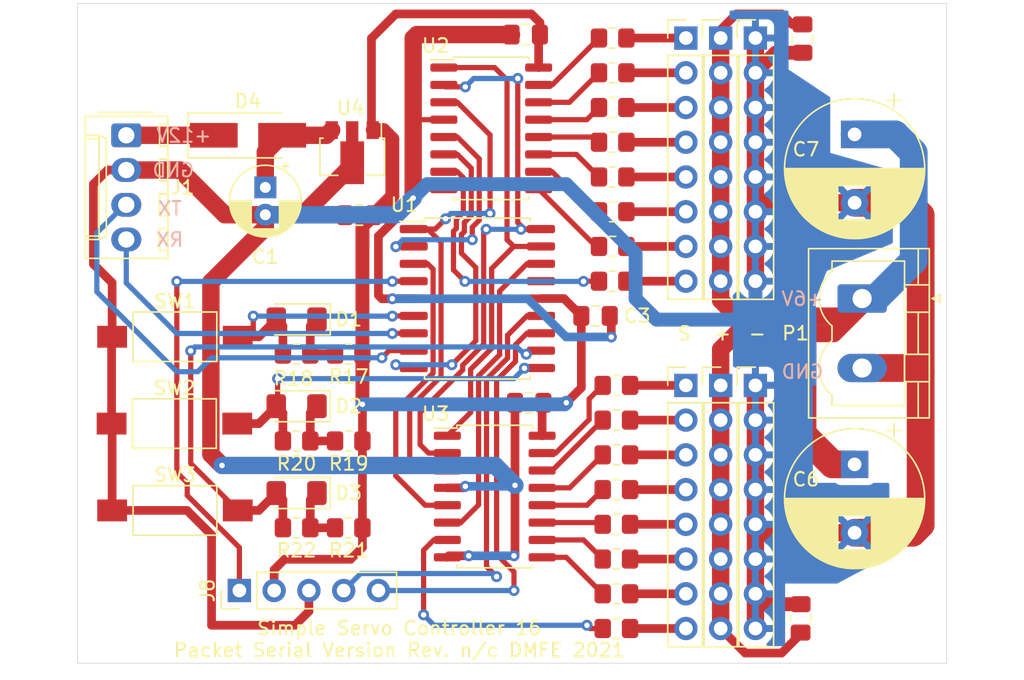
<source format=kicad_pcb>
(kicad_pcb (version 20210126) (generator pcbnew)
  (title_block (title "Simple Servo Control 16") (date "2021-03-12") (rev "n/c") (company "DMFE") (comment 1 "Packet Serial Version"))
  (layers (0 "F.Cu" signal) (31 "B.Cu" signal) (34 "B.Paste" user) (35 "F.Paste" user) (36 "B.SilkS" user "B.Silkscreen") (37 "F.SilkS" user "F.Silkscreen") (38 "B.Mask" user) (39 "F.Mask" user) (44 "Edge.Cuts" user))
  (net 0 "")
  (net 1 "GND")
  (net 2 "Net-(C1-Pad1)")
  (net 3 "+5V")
  (net 4 "+6V")
  (net 5 "SW1")
  (net 6 "Net-(D1-Pad1)")
  (net 7 "SW2")
  (net 8 "Net-(D2-Pad1)")
  (net 9 "SW3")
  (net 10 "Net-(D3-Pad1)")
  (net 11 "+12V")
  (net 12 "RX")
  (net 13 "TX")
  (net 14 "Net-(J2-Pad8)")
  (net 15 "Net-(J2-Pad7)")
  (net 16 "Net-(J2-Pad6)")
  (net 17 "Net-(J2-Pad5)")
  (net 18 "Net-(J2-Pad4)")
  (net 19 "Net-(J2-Pad3)")
  (net 20 "Net-(J2-Pad2)")
  (net 21 "Net-(J2-Pad1)")
  (net 22 "Net-(J3-Pad8)")
  (net 23 "Net-(J3-Pad7)")
  (net 24 "Net-(J3-Pad6)")
  (net 25 "Net-(J3-Pad5)")
  (net 26 "Net-(J3-Pad4)")
  (net 27 "Net-(J3-Pad3)")
  (net 28 "Net-(J3-Pad2)")
  (net 29 "Net-(J3-Pad1)")
  (net 30 "PGC")
  (net 31 "PGD")
  (net 32 "VPP")
  (net 33 "Net-(R1-Pad1)")
  (net 34 "Net-(R2-Pad1)")
  (net 35 "Net-(R3-Pad1)")
  (net 36 "Net-(R4-Pad1)")
  (net 37 "Net-(R5-Pad1)")
  (net 38 "Net-(R6-Pad1)")
  (net 39 "Net-(R7-Pad1)")
  (net 40 "Net-(R8-Pad1)")
  (net 41 "Net-(R9-Pad1)")
  (net 42 "Net-(R10-Pad1)")
  (net 43 "Net-(R11-Pad1)")
  (net 44 "Net-(R12-Pad1)")
  (net 45 "Net-(R13-Pad1)")
  (net 46 "Net-(R14-Pad1)")
  (net 47 "Net-(R15-Pad1)")
  (net 48 "Net-(R16-Pad1)")
  (net 49 "Net-(U1-Pad18)")
  (net 50 "Net-(U1-Pad17)")
  (net 51 "/CCP2")
  (net 53 "/CCP1")
  (net 54 "Net-(U1-Pad3)")
  (net 55 "Net-(U1-Pad2)")
  (net 56 "Net-(U1-Pad1)")
  (footprint "Resistor_SMD:R_0805_2012Metric_Pad1.20x1.40mm_HandSolder" (layer "F.Cu") (at 168.91 93.98)
    (fp_text reference "R14" hide)
    (fp_text value "220Ω")
  )
  (footprint "Capacitor_SMD:C_0805_2012Metric_Pad1.18x1.45mm_HandSolder" (layer "F.Cu") (at 162.5385 82.55 180)
    (fp_text reference "C5" hide)
    (fp_text value "0.1uf")
  )
  (footprint "Capacitor_SMD:C_0805_2012Metric_Pad1.18x1.45mm_HandSolder" (layer "F.Cu") (at 162.2845 55.626 180)
    (fp_text reference "C4" hide)
    (fp_text value "0.1uf")
  )
  (footprint "Resistor_SMD:R_0805_2012Metric_Pad1.20x1.40mm_HandSolder" (layer "F.Cu") (at 149.352 78.994 180)
    (fp_text reference "R17")
    (fp_text value "470Ω")
  )
  (footprint "Resistor_SMD:R_0805_2012Metric_Pad1.20x1.40mm_HandSolder" (layer "F.Cu") (at 168.91 88.9)
    (fp_text reference "R12" hide)
    (fp_text value "220Ω")
  )
  (footprint "Resistor_SMD:R_0805_2012Metric_Pad1.20x1.40mm_HandSolder" (layer "F.Cu") (at 168.91 96.52)
    (fp_text reference "R15" hide)
    (fp_text value "220Ω")
  )
  (footprint "Diode_SMD:D_SMA_Handsoldering" (layer "F.Cu") (at 141.986 62.992)
    (fp_text reference "D4")
    (fp_text value "DIODE")
  )
  (footprint "Button_Switch_SMD:SW_SPST_FSMSM" (layer "F.Cu") (at 136.652 77.724)
    (fp_text reference "SW1")
    (fp_text value "SW_Push")
  )
  (footprint "Capacitor_SMD:C_0805_2012Metric_Pad1.18x1.45mm_HandSolder" (layer "F.Cu") (at 167.386 76.2)
    (fp_text reference "C3")
    (fp_text value "0.1uf")
  )
  (footprint "Capacitor_SMD:C_0805_2012Metric_Pad1.18x1.45mm_HandSolder" (layer "F.Cu") (at 150.114 68.834 180)
    (fp_text reference "C2" hide)
    (fp_text value "0.1uf")
  )
  (footprint "Resistor_SMD:R_0805_2012Metric_Pad1.20x1.40mm_HandSolder" (layer "F.Cu") (at 149.352 85.344 180)
    (fp_text reference "R19")
    (fp_text value "470Ω")
  )
  (footprint "Capacitor_SMD:C_0805_2012Metric_Pad1.18x1.45mm_HandSolder" (layer "F.Cu") (at 182.509 55.9175 -90)
    (fp_text reference "C8" hide)
    (fp_text value "0.1uf")
  )
  (footprint "MountingHole:MountingHole_3.2mm_M3" (layer "F.Cu") (at 189.23 57.15)
    (fp_text reference "H4" hide)
    (fp_text value "MountingHole_3.2mm_M3")
  )
  (footprint "Package_SO:SO-16_5.3x10.2mm_P1.27mm" (layer "F.Cu") (at 160.02 89.408)
    (fp_text reference "U3")
    (fp_text value "74HC237")
  )
  (footprint "Resistor_SMD:R_0805_2012Metric_Pad1.20x1.40mm_HandSolder" (layer "F.Cu") (at 168.91 81.28)
    (fp_text reference "R9" hide)
    (fp_text value "220Ω")
  )
  (footprint "Connector_PinHeader_2.54mm:PinHeader_1x08_P2.54mm_Vertical" (layer "F.Cu") (at 179.07 81.28)
    (fp_text reference "J7" hide)
    (fp_text value "Conn_01x08")
  )
  (footprint "Connector_PinHeader_2.54mm:PinHeader_1x08_P2.54mm_Vertical" (layer "F.Cu") (at 176.53 55.88)
    (fp_text reference "J4" hide)
    (fp_text value "Conn_01x08")
  )
  (footprint "Resistor_SMD:R_0805_2012Metric_Pad1.20x1.40mm_HandSolder" (layer "F.Cu") (at 168.64 73.66)
    (fp_text reference "R8" hide)
    (fp_text value "220Ω")
  )
  (footprint "Connector_Phoenix_MSTB:PhoenixContact_MSTBVA_2,5_2-G-5,08_1x02_P5.08mm_Vertical" (layer "F.Cu") (at 186.8665 74.93 -90)
    (fp_text reference "P1")
    (fp_text value "Conn_01x02")
  )
  (footprint "MountingHole:MountingHole_3.2mm_M3" (layer "F.Cu") (at 133.35 57.15)
    (fp_text reference "H1" hide)
    (fp_text value "MountingHole_3.2mm_M3")
  )
  (footprint "MountingHole:MountingHole_3.2mm_M3" (layer "F.Cu") (at 189.23 97.79)
    (fp_text reference "H3" hide)
    (fp_text value "MountingHole_3.2mm_M3")
  )
  (footprint "Resistor_SMD:R_0805_2012Metric_Pad1.20x1.40mm_HandSolder" (layer "F.Cu") (at 168.64 55.88)
    (fp_text reference "R1" hide)
    (fp_text value "220Ω")
  )
  (footprint "Package_TO_SOT_SMD:SOT-89-3" (layer "F.Cu") (at 149.606 64.262 -90)
    (fp_text reference "U4")
    (fp_text value "L78L05_SOT89")
  )
  (footprint "Resistor_SMD:R_0805_2012Metric_Pad1.20x1.40mm_HandSolder" (layer "F.Cu") (at 168.91 91.44)
    (fp_text reference "R13" hide)
    (fp_text value "220Ω")
  )
  (footprint "Button_Switch_SMD:SW_SPST_FSMSM" (layer "F.Cu") (at 136.612225 84.074)
    (fp_text reference "SW2")
    (fp_text value "SW_Push")
  )
  (footprint "Resistor_SMD:R_0805_2012Metric_Pad1.20x1.40mm_HandSolder" (layer "F.Cu") (at 145.542 78.994 180)
    (fp_text reference "R18")
    (fp_text value "47KΩ")
  )
  (footprint "Capacitor_THT:CP_Radial_D5.0mm_P2.00mm" (layer "F.Cu") (at 143.256 66.802 -90)
    (fp_text reference "C1")
    (fp_text value "2.2uF")
  )
  (footprint "Package_SO:SO-16_5.3x10.2mm_P1.27mm" (layer "F.Cu") (at 159.766 62.484)
    (fp_text reference "U2")
    (fp_text value "74HC237")
  )
  (footprint "Resistor_SMD:R_0805_2012Metric_Pad1.20x1.40mm_HandSolder" (layer "F.Cu") (at 168.64 60.96)
    (fp_text reference "R3" hide)
    (fp_text value "220Ω")
  )
  (footprint "Resistor_SMD:R_0805_2012Metric_Pad1.20x1.40mm_HandSolder" (layer "F.Cu") (at 168.91 86.36)
    (fp_text reference "R11" hide)
    (fp_text value "220Ω")
  )
  (footprint "Connector_PinHeader_2.54mm:PinHeader_1x05_P2.54mm_Vertical" (layer "F.Cu") (at 141.361 96.282 90)
    (fp_text reference "J8")
    (fp_text value "Conn_01x05")
  )
  (footprint "Connector_PinHeader_2.54mm:PinHeader_1x08_P2.54mm_Vertical" (layer "F.Cu") (at 173.99 55.88)
    (fp_text reference "J2" hide)
    (fp_text value "Conn_01x08")
  )
  (footprint "Resistor_SMD:R_0805_2012Metric_Pad1.20x1.40mm_HandSolder" (layer "F.Cu") (at 168.64 71.12)
    (fp_text reference "R7" hide)
    (fp_text value "220Ω")
  )
  (footprint "Resistor_SMD:R_0805_2012Metric_Pad1.20x1.40mm_HandSolder" (layer "F.Cu") (at 168.64 68.58)
    (fp_text reference "R6" hide)
    (fp_text value "220Ω")
  )
  (footprint "Resistor_SMD:R_0805_2012Metric_Pad1.20x1.40mm_HandSolder" (layer "F.Cu") (at 168.91 83.82)
    (fp_text reference "R10" hide)
    (fp_text value "220Ω")
  )
  (footprint "Connector_PinHeader_2.54mm:PinHeader_1x08_P2.54mm_Vertical" (layer "F.Cu") (at 173.99 81.28)
    (fp_text reference "J3" hide)
    (fp_text value "Conn_01x08")
  )
  (footprint "Package_SO:SOIC-18W_7.5x11.6mm_P1.27mm" (layer "F.Cu") (at 158.75 74.93)
    (fp_text reference "U1")
    (fp_text value "PIC16F1847-ISO")
  )
  (footprint "Resistor_SMD:R_0805_2012Metric_Pad1.20x1.40mm_HandSolder" (layer "F.Cu") (at 145.542 91.694 180)
    (fp_text reference "R22")
    (fp_text value "47KΩ")
  )
  (footprint "Button_Switch_SMD:SW_SPST_FSMSM" (layer "F.Cu") (at 136.652 90.424)
    (fp_text reference "SW3")
    (fp_text value "SW_Push")
  )
  (footprint "Connector_PinHeader_2.54mm:PinHeader_1x08_P2.54mm_Vertical" (layer "F.Cu") (at 176.53 81.28)
    (fp_text reference "J5" hide)
    (fp_text value "Conn_01x08")
  )
  (footprint "Resistor_SMD:R_0805_2012Metric_Pad1.20x1.40mm_HandSolder" (layer "F.Cu") (at 168.64 63.5)
    (fp_text reference "R4" hide)
    (fp_text value "220Ω")
  )
  (footprint "LED_SMD:LED_1206_3216Metric_Pad1.42x1.75mm_HandSolder" (layer "F.Cu") (at 145.542 82.804 180)
    (fp_text reference "D2")
    (fp_text value "LED")
  )
  (footprint "Connector_Molex:Molex_KK-254_AE-6410-04A_1x04_P2.54mm_Vertical" (layer "F.Cu") (at 133.096 62.992 -90)
    (fp_text reference "J1")
    (fp_text value "CONN_01X04")
  )
  (footprint "Resistor_SMD:R_0805_2012Metric_Pad1.20x1.40mm_HandSolder" (layer "F.Cu") (at 145.542 85.344 180)
    (fp_text reference "R20")
    (fp_text value "47KΩ")
  )
  (footprint "Capacitor_THT:CP_Radial_D10.0mm_P5.00mm" (layer "F.Cu") (at 186.319 87.056323 -90)
    (fp_text reference "C6")
    (fp_text value "220uf")
  )
  (footprint "MountingHole:MountingHole_3.2mm_M3" (layer "F.Cu") (at 133.35 97.79)
    (fp_text reference "H2" hide)
    (fp_text value "MountingHole_3.2mm_M3")
  )
  (footprint "Capacitor_SMD:C_0805_2012Metric_Pad1.18x1.45mm_HandSolder" (layer "F.Cu") (at 182.372 98.3195 90)
    (fp_text reference "C9" hide)
    (fp_text value "0.1uf")
  )
  (footprint "Capacitor_THT:CP_Radial_D10.0mm_P5.00mm" (layer "F.Cu") (at 186.319 62.926323 -90)
    (fp_text reference "C7")
    (fp_text value "220uf")
  )
  (footprint "LED_SMD:LED_1206_3216Metric_Pad1.42x1.75mm_HandSolder" (layer "F.Cu") (at 145.542 76.454 180)
    (fp_text reference "D1")
    (fp_text value "LED")
  )
  (footprint "Resistor_SMD:R_0805_2012Metric_Pad1.20x1.40mm_HandSolder" (layer "F.Cu") (at 168.64 66.04)
    (fp_text reference "R5" hide)
    (fp_text value "220Ω")
  )
  (footprint "LED_SMD:LED_1206_3216Metric_Pad1.42x1.75mm_HandSolder" (layer "F.Cu") (at 145.542 89.154 180)
    (fp_text reference "D3")
    (fp_text value "LED")
  )
  (footprint "Resistor_SMD:R_0805_2012Metric_Pad1.20x1.40mm_HandSolder" (layer "F.Cu") (at 149.352 91.694 180)
    (fp_text reference "R21")
    (fp_text value "470Ω")
  )
  (footprint "Resistor_SMD:R_0805_2012Metric_Pad1.20x1.40mm_HandSolder" (layer "F.Cu") (at 168.64 58.42)
    (fp_text reference "R2" hide)
    (fp_text value "220Ω")
  )
  (footprint "Connector_PinHeader_2.54mm:PinHeader_1x08_P2.54mm_Vertical" (layer "F.Cu") (at 179.07 55.88)
    (fp_text reference "J6" hide)
    (fp_text value "Conn_01x08")
  )
  (footprint "Resistor_SMD:R_0805_2012Metric_Pad1.20x1.40mm_HandSolder" (layer "F.Cu") (at 168.91 99.06)
    (fp_text reference "R16" hide)
    (fp_text value "220Ω")
  )
  (gr_line (start 193.04 53.34) (end 193.04 101.6) (layer "Edge.Cuts") (width 0.05))
  (gr_line (start 129.54 101.6) (end 129.54 53.34) (layer "Edge.Cuts") (width 0.05))
  (gr_line (start 193.04 101.6) (end 129.54 101.6) (layer "Edge.Cuts") (width 0.05))
  (gr_line (start 129.54 53.34) (end 193.04 53.34) (layer "Edge.Cuts") (width 0.05))
  (gr_text "+6V" (at 182.509 74.946) (layer "B.SilkS") (effects (font (size 1 1)) (justify mirror)))
  (gr_text "TX" (at 136.281 68.342) (layer "B.SilkS") (effects (font (size 1 1)) (justify mirror)))
  (gr_text "RX" (at 136.281 70.628) (layer "B.SilkS") (effects (font (size 1 1)) (justify mirror)))
  (gr_text "GND" (at 136.535 65.548) (layer "B.SilkS") (effects (font (size 1 1)) (justify mirror)))
  (gr_text "+12V" (at 137.297 63.008) (layer "B.SilkS") (effects (font (size 1 1)) (justify mirror)))
  (gr_text "GND" (at 182.509 80.28) (layer "B.SilkS") (effects (font (size 1 1)) (justify mirror)))
  (gr_text "S" (at 173.873 77.486) (layer "F.SilkS") (effects (font (size 1 1))))
  (gr_text "Simple Servo Controller 16\nPacket Serial Version Rev. n/c DMFE 2021" (at 153.045 99.838) (layer "F.SilkS") (effects (font (size 1 1))))
  (gr_text "-" (at 179.207 77.486) (layer "F.SilkS") (effects (font (size 1 1))))
  (gr_text "+" (at 176.667 77.486) (layer "F.SilkS") (effects (font (size 1 1))))
  (segment (start 157.76 88.773) (end 157.871 88.662) (width 0.635) (layer "F.Cu") (net 1))
  (segment (start 191.145 80.28) (end 191.145 91.456) (width 2.032) (layer "F.Cu") (net 1))
  (segment (start 161.501 82.55) (end 161.501 93.668) (width 0.635) (layer "F.Cu") (net 1))
  (segment (start 130.693 66.564) (end 131.725 65.532) (width 0.635) (layer "F.Cu") (net 1))
  (segment (start 154.458 61.849) (end 156.3035 61.849) (width 0.381) (layer "F.Cu") (net 1))
  (segment (start 179.07 93.98) (end 179.07 96.52) (width 1.27) (layer "F.Cu") (net 1))
  (segment (start 179.07 71.12) (end 179.07 73.66) (width 1.27) (layer "F.Cu") (net 1))
  (segment (start 179.832 97.282) (end 179.07 96.52) (width 1.016) (layer "F.Cu") (net 1))
  (segment (start 146.441 96.282) (end 146.441 97.806) (width 0.635) (layer "F.Cu") (net 1))
  (segment (start 179.07 66.04) (end 179.07 68.58) (width 1.27) (layer "F.Cu") (net 1))
  (segment (start 151.775 74.946) (end 151.521 74.692) (width 0.635) (layer "F.Cu") (net 1))
  (segment (start 179.07 55.88) (end 179.07 58.42) (width 1.27) (layer "F.Cu") (net 1))
  (segment (start 186.8665 80.01) (end 190.875 80.01) (width 2.032) (layer "F.Cu") (net 1))
  (segment (start 156.6685 93.742) (end 156.5575 93.853) (width 0.635) (layer "F.Cu") (net 1))
  (segment (start 190.544677 92.056323) (end 186.319 92.056323) (width 2.032) (layer "F.Cu") (net 1))
  (segment (start 139.329 98.822) (end 139.329 92.218) (width 0.635) (layer "F.Cu") (net 1))
  (segment (start 140.297 68.802) (end 143.256 68.802) (width 1.27) (layer "F.Cu") (net 1))
  (segment (start 146.441 97.806) (end 145.425 98.822) (width 0.635) (layer "F.Cu") (net 1))
  (segment (start 137.535 90.424) (end 132.062 90.424) (width 0.635) (layer "F.Cu") (net 1))
  (segment (start 145.425 98.822) (end 139.329 98.822) (width 0.635) (layer "F.Cu") (net 1))
  (segment (start 156.5575 88.773) (end 157.76 88.773) (width 0.635) (layer "F.Cu") (net 1))
  (segment (start 132.062 73.775) (end 130.693 72.406) (width 0.635) (layer "F.Cu") (net 1))
  (segment (start 132.062 77.724) (end 132.062 73.775) (width 0.635) (layer "F.Cu") (net 1))
  (segment (start 143.256 69.749) (end 139.329 73.676) (width 1.27) (layer "F.Cu") (net 1))
  (segment (start 182.509 56.955) (end 180.535 56.955) (width 1.016) (layer "F.Cu") (net 1))
  (segment (start 168.539 77.74) (end 168.539 76.3155) (width 0.635) (layer "F.Cu") (net 1))
  (segment (start 132.022225 77.763775) (end 132.062 77.724) (width 0.635) (layer "F.Cu") (net 1))
  (segment (start 191.145 68.85) (end 191.145 80.28) (width 2.032) (layer "F.Cu") (net 1))
  (segment (start 154.061 66.564) (end 154.061 62.246) (width 0.381) (layer "F.Cu") (net 1))
  (segment (start 168.539 76.3155) (end 168.4235 76.2) (width 0.635) (layer "F.Cu") (net 1))
  (segment (start 139.277214 73.727786) (end 139.277214 86.324214) (width 1.27) (layer "F.Cu") (net 1))
  (segment (start 154.061 67.822438) (end 154.061 67.58) (width 0.635) (layer "F.Cu") (net 1))
  (segment (start 132.022225 84.074) (end 132.022225 77.763775) (width 0.635) (layer "F.Cu") (net 1))
  (segment (start 179.07 58.42) (end 179.07 60.96) (width 1.27) (layer "F.Cu") (net 1))
  (segment (start 152.537 74.946) (end 151.775 74.946) (width 0.635) (layer "F.Cu") (net 1))
  (segment (start 154.331 55.626) (end 161.247 55.626) (width 1.27) (layer "F.Cu") (net 1))
  (segment (start 156.3035 66.929) (end 154.426 66.929) (width 0.381) (layer "F.Cu") (net 1))
  (segment (start 139.329 73.676) (end 139.277214 73.727786) (width 1.27) (layer "F.Cu") (net 1))
  (segment (start 179.07 88.9) (end 179.07 91.44) (width 1.27) (layer "F.Cu") (net 1))
  (segment (start 158.125 93.742) (end 156.6685 93.742) (width 0.635) (layer "F.Cu") (net 1))
  (segment (start 179.07 86.36) (end 179.07 88.9) (width 1.27) (layer "F.Cu") (net 1))
  (segment (start 132.062 90.424) (end 132.062 84.113775) (width 0.635) (layer "F.Cu") (net 1))
  (segment (start 154.1 74.93) (end 152.553 74.93) (width 0.635) (layer "F.Cu") (net 1))
  (segment (start 139.329 92.218) (end 138.821 91.71) (width 0.635) (layer "F.Cu") (net 1))
  (segment (start 186.319 92.056323) (end 179.686323 92.056323) (width 1.27) (layer "F.Cu") (net 1))
  (segment (start 132.062 84.113775) (end 132.022225 84.074) (width 0.635) (layer "F.Cu") (net 1))
  (segment (start 179.07 96.52) (end 179.07 99.06) (width 1.27) (layer "F.Cu") (net 1))
  (segment (start 180.535 56.955) (end 179.07 58.42) (width 1.016) (layer "F.Cu") (net 1))
  (segment (start 154.061 62.246) (end 154.458 61.849) (width 0.381) (layer "F.Cu") (net 1))
  (segment (start 190.875 80.01) (end 191.145 80.28) (width 2.032) (layer "F.Cu") (net 1))
  (segment (start 149.0445 68.802) (end 149.0765 68.834) (width 1.27) (layer "F.Cu") (net 1))
  (segment (start 133.096 65.532) (end 137.027 65.532) (width 1.27) (layer "F.Cu") (net 1))
  (segment (start 151.521 70.362438) (end 154.061 67.822438) (width 0.635) (layer "F.Cu") (net 1))
  (segment (start 179.723677 67.926323) (end 179.07 68.58) (width 1.27) (layer "F.Cu") (net 1))
  (segment (start 145.981 68.802) (end 149.606 65.177) (width 1.27) (layer "F.Cu") (net 1))
  (segment (start 182.372 97.282) (end 179.832 97.282) (width 1.016) (layer "F.Cu") (net 1))
  (segment (start 161.501 93.668) (end 161.427 93.742) (width 0.635) (layer "F.Cu") (net 1))
  (segment (start 179.07 83.82) (end 179.07 86.36) (width 1.27) (layer "F.Cu") (net 1))
  (segment (start 190.221323 67.926323) (end 191.145 68.85) (width 2.032) (layer "F.Cu") (net 1))
  (segment (start 179.07 60.96) (end 179.07 63.5) (width 1.27) (layer "F.Cu") (net 1))
  (segment (start 152.553 74.93) (end 152.537 74.946) (width 0.635) (layer "F.Cu") (net 1))
  (segment (start 154.426 66.929) (end 154.061 66.564) (width 0.381) (layer "F.Cu") (net 1))
  (segment (start 186.319 67.926323) (end 190.221323 67.926323) (width 2.032) (layer "F.Cu") (net 1))
  (segment (start 139.277214 86.324214) (end 140.091 87.138) (width 1.27) (layer "F.Cu") (net 1))
  (segment (start 154.061 67.58) (end 154.061 55.896) (width 1.27) (layer "F.Cu") (net 1))
  (segment (start 191.145 91.456) (end 190.544677 92.056323) (width 2.032) (layer "F.Cu") (net 1))
  (segment (start 186.319 67.926323) (end 179.723677 67.926323) (width 1.27) (layer "F.Cu") (net 1))
  (segment (start 151.521 74.692) (end 151.521 70.362438) (width 0.635) (layer "F.Cu") (net 1))
  (segment (start 143.256 68.802) (end 143.256 69.749) (width 1.27) (layer "F.Cu") (net 1))
  (segment (start 154.061 55.896) (end 154.331 55.626) (width 1.27) (layer "F.Cu") (net 1))
  (segment (start 179.07 91.44) (end 179.07 93.98) (width 1.27) (layer "F.Cu") (net 1))
  (segment (start 145.981 68.802) (end 149.0445 68.802) (width 1.27) (layer "F.Cu") (net 1))
  (segment (start 179.07 68.58) (end 179.07 71.12) (width 1.27) (layer "F.Cu") (net 1))
  (segment (start 179.07 81.28) (end 179.07 83.82) (width 1.27) (layer "F.Cu") (net 1))
  (segment (start 139.329 92.218) (end 137.535 90.424) (width 0.635) (layer "F.Cu") (net 1))
  (segment (start 137.027 65.532) (end 140.297 68.802) (width 1.27) (layer "F.Cu") (net 1))
  (segment (start 179.07 63.5) (end 179.07 66.04) (width 1.27) (layer "F.Cu") (net 1))
  (segment (start 130.693 72.406) (end 130.693 66.564) (width 0.635) (layer "F.Cu") (net 1))
  (segment (start 131.725 65.532) (end 133.096 65.532) (width 0.635) (layer "F.Cu") (net 1))
  (segment (start 179.686323 92.056323) (end 179.07 91.44) (width 1.27) (layer "F.Cu") (net 1))
  (segment (start 143.256 68.802) (end 145.981 68.802) (width 1.27) (layer "F.Cu") (net 1))
  (via (at 158.125 93.742) (size 0.8) (drill 0.4) (layers "F.Cu" "B.Cu") (net 1))
  (via (at 140.091 87.138) (size 0.8) (drill 0.4) (layers "F.Cu" "B.Cu") (net 1))
  (via (at 157.871 88.662) (size 0.8) (drill 0.4) (layers "F.Cu" "B.Cu") (net 1))
  (via (at 161.427 93.742) (size 0.8) (drill 0.4) (layers "F.Cu" "B.Cu") (net 1))
  (via (at 152.537 74.946) (size 0.8) (drill 0.4) (layers "F.Cu" "B.Cu") (net 1))
  (via (at 168.539 77.74) (size 0.8) (drill 0.4) (layers "F.Cu" "B.Cu") (net 1))
  (via (at 154.061 67.58) (size 0.8) (drill 0.4) (layers "F.Cu" "B.Cu") (net 1))
  (via (at 161.501 88.588) (size 0.8) (drill 0.4) (layers "F.Cu" "B.Cu") (net 1))
  (segment (start 170.317 71.644) (end 170.317 74.946) (width 1.016) (layer "B.Cu") (net 1))
  (segment (start 155.077 66.564) (end 165.237 66.564) (width 1.016) (layer "B.Cu") (net 1))
  (segment (start 160.051 87.138) (end 161.501 88.588) (width 1.27) (layer "B.Cu") (net 1))
  (segment (start 152.839 68.802) (end 154.061 67.58) (width 1.27) (layer "B.Cu") (net 1))
  (segment (start 157.871 88.662) (end 161.427 88.662) (width 0.635) (layer "B.Cu") (net 1))
  (segment (start 170.317 74.946) (end 171.841 76.47) (width 1.016) (layer "B.Cu") (net 1))
  (segment (start 161.427 88.662) (end 161.501 88.588) (width 0.635) (layer "B.Cu") (net 1))
  (segment (start 154.061 67.58) (end 155.077 66.564) (width 1.016) (layer "B.Cu") (net 1))
  (segment (start 179.07 75.591) (end 179.07 73.66) (width 1.016) (layer "B.Cu") (net 1))
  (segment (start 143.256 68.802) (end 152.839 68.802) (width 1.27) (layer "B.Cu") (net 1))
  (segment (start 152.537 74.946) (end 162.443 74.946) (width 0.635) (layer "B.Cu") (net 1))
  (segment (start 162.443 74.946) (end 165.237 77.74) (width 0.635) (layer "B.Cu") (net 1))
  (segment (start 165.237 77.74) (end 168.539 77.74) (width 0.635) (layer "B.Cu") (net 1))
  (segment (start 161.427 93.742) (end 158.125 93.742) (width 0.635) (layer "B.Cu") (net 1))
  (segment (start 178.191 76.47) (end 179.07 75.591) (width 1.016) (layer "B.Cu") (net 1))
  (segment (start 171.841 76.47) (end 178.191 76.47) (width 1.016) (layer "B.Cu") (net 1))
  (segment (start 140.091 87.138) (end 160.051 87.138) (width 1.27) (layer "B.Cu") (net 1))
  (segment (start 165.237 66.564) (end 170.317 71.644) (width 1.016) (layer "B.Cu") (net 1))
  (segment (start 143.256 64.222) (end 144.486 62.992) (width 1.27) (layer "F.Cu") (net 2))
  (segment (start 144.486 62.992) (end 147.726 62.992) (width 1.27) (layer "F.Cu") (net 2))
  (segment (start 143.256 66.802) (end 143.256 64.222) (width 1.27) (layer "F.Cu") (net 2))
  (segment (start 147.726 62.992) (end 148.106 62.612) (width 1.27) (layer "F.Cu") (net 2))
  (segment (start 150.352 93.133) (end 150.352 91.694) (width 0.635) (layer "F.Cu") (net 3))
  (segment (start 166.3485 81.4545) (end 166.3485 76.2) (width 0.635) (layer "F.Cu") (net 3))
  (segment (start 163.2285 55.7195) (end 163.322 55.626) (width 0.635) (layer "F.Cu") (net 3))
  (segment (start 150.352 69.6335) (end 150.352 70.983) (width 1.016) (layer "F.Cu") (net 3))
  (segment (start 152.791 54.118) (end 151.013 55.896) (width 0.635) (layer "F.Cu") (net 3))
  (segment (start 163.4825 84.963) (end 163.4825 82.6435) (width 0.635) (layer "F.Cu") (net 3))
  (segment (start 150.352 82.667) (end 150.352 78.994) (width 1.016) (layer "F.Cu") (net 3))
  (segment (start 163.4825 82.6435) (end 163.576 82.55) (width 0.635) (layer "F.Cu") (net 3))
  (segment (start 165.253 82.55) (end 166.3485 81.4545) (width 0.635) (layer "F.Cu") (net 3))
  (segment (start 163.322 54.743) (end 162.697 54.118) (width 0.635) (layer "F.Cu") (net 3))
  (segment (start 151.887 62.612) (end 152.537 63.262) (width 1.016) (layer "F.Cu") (net 3))
  (segment (start 149.489 93.996) (end 150.352 93.133) (width 0.635) (layer "F.Cu") (net 3))
  (segment (start 151.013 55.896) (end 151.013 62.519) (width 0.635) (layer "F.Cu") (net 3))
  (segment (start 150.352 69.6335) (end 150.352 78.994) (width 1.016) (layer "F.Cu") (net 3))
  (segment (start 150.352 91.694) (end 150.352 85.344) (width 0.635) (layer "F.Cu") (net 3))
  (segment (start 163.576 82.55) (end 165.253 82.55) (width 0.635) (layer "F.Cu") (net 3))
  (segment (start 143.901 94.758) (end 144.663 93.996) (width 0.635) (layer "F.Cu") (net 3))
  (segment (start 163.322 55.626) (end 163.322 54.743) (width 0.635) (layer "F.Cu") (net 3))
  (segment (start 152.537 63.262) (end 152.537 67.4485) (width 1.016) (layer "F.Cu") (net 3))
  (segment (start 151.106 62.612) (end 151.887 62.612) (width 1.016) (layer "F.Cu") (net 3))
  (segment (start 151.1515 68.834) (end 150.352 69.6335) (width 1.016) (layer "F.Cu") (net 3))
  (segment (start 163.4 74.93) (end 165.0785 74.93) (width 0.635) (layer "F.Cu") (net 3))
  (segment (start 152.537 67.4485) (end 151.1515 68.834) (width 1.016) (layer "F.Cu") (net 3))
  (segment (start 151.013 62.519) (end 151.106 62.612) (width 0.635) (layer "F.Cu") (net 3))
  (segment (start 144.663 93.996) (end 149.489 93.996) (width 0.635) (layer "F.Cu") (net 3))
  (segment (start 165.0785 74.93) (end 166.3485 76.2) (width 0.635) (layer "F.Cu") (net 3))
  (segment (start 162.697 54.118) (end 152.791 54.118) (width 0.635) (layer "F.Cu") (net 3))
  (segment (start 143.901 96.282) (end 143.901 94.758) (width 0.635) (layer "F.Cu") (net 3))
  (segment (start 150.352 85.344) (end 150.352 82.667) (width 0.635) (layer "F.Cu") (net 3))
  (segment (start 163.2285 58.039) (end 163.2285 55.7195) (width 0.635) (layer "F.Cu") (net 3))
  (via (at 165.253 82.55) (size 0.8) (drill 0.4) (layers "F.Cu" "B.Cu") (net 3))
  (via (at 150.352 82.667) (size 0.8) (drill 0.4) (layers "F.Cu" "B.Cu") (net 3))
  (segment (start 165.136 82.667) (end 150.352 82.667) (width 1.016) (layer "B.Cu") (net 3))
  (segment (start 165.253 82.55) (end 165.136 82.667) (width 1.016) (layer "B.Cu") (net 3))
  (segment (start 185.5805 76.216) (end 186.8665 74.93) (width 1.27) (layer "F.Cu") (net 4))
  (segment (start 176.53 75.063) (end 177.683 76.216) (width 1.27) (layer "F.Cu") (net 4))
  (segment (start 176.53 63.5) (end 176.53 66.04) (width 1.27) (layer "F.Cu") (net 4))
  (segment (start 176.53 96.52) (end 176.53 99.06) (width 1.27) (layer "F.Cu") (net 4))
  (segment (start 184.795 77.486) (end 186.8665 75.4145) (width 1.27) (layer "F.Cu") (net 4))
  (segment (start 182.509 77.486) (end 184.795 77.486) (width 1.27) (layer "F.Cu") (net 4))
  (segment (start 176.53 73.66) (end 176.53 75.063) (width 1.27) (layer "F.Cu") (net 4))
  (segment (start 176.53 81.28) (end 176.53 83.82) (width 1.27) (layer "F.Cu") (net 4))
  (segment (start 176.53 71.12) (end 176.53 73.66) (width 1.27) (layer "F.Cu") (net 4))
  (segment (start 176.53 68.58) (end 176.53 71.12) (width 1.27) (layer "F.Cu") (net 4))
  (segment (start 182.509 84.852) (end 182.509 77.486) (width 2.032) (layer "F.Cu") (net 4))
  (segment (start 176.53 55.271) (end 176.53 55.88) (width 0.635) (layer "F.Cu") (net 4))
  (segment (start 176.53 83.82) (end 176.53 86.36) (width 1.27) (layer "F.Cu") (net 4))
  (segment (start 176.53 78.639) (end 177.683 77.486) (width 1.27) (layer "F.Cu") (net 4))
  (segment (start 182.372 99.467) (end 180.985 100.854) (width 0.635) (layer "F.Cu") (net 4))
  (segment (start 182.509 54.88) (end 181.747 54.88) (width 0.635) (layer "F.Cu") (net 4))
  (segment (start 176.53 55.88) (end 176.53 58.42) (width 1.27) (layer "F.Cu") (net 4))
  (segment (start 176.53 58.42) (end 176.53 60.96) (width 1.27) (layer "F.Cu") (net 4))
  (segment (start 186.8665 75.4145) (end 186.8665 74.93) (width 1.27) (layer "F.Cu") (net 4))
  (segment (start 176.53 81.28) (end 176.53 78.639) (width 1.27) (layer "F.Cu") (net 4))
  (segment (start 180.985 54.118) (end 177.683 54.118) (width 0.635) (layer "F.Cu") (net 4))
  (segment (start 177.683 54.118) (end 176.53 55.271) (width 0.635) (layer "F.Cu") (net 4))
  (segment (start 176.53 93.98) (end 176.53 96.52) (width 1.27) (layer "F.Cu") (net 4))
  (segment (start 176.53 86.36) (end 176.53 88.9) (width 1.27) (layer "F.Cu") (net 4))
  (segment (start 176.53 60.96) (end 176.53 63.5) (width 1.27) (layer "F.Cu") (net 4))
  (segment (start 177.683 76.216) (end 185.5805 76.216) (width 1.27) (layer "F.Cu") (net 4))
  (segment (start 184.713323 87.056323) (end 182.509 84.852) (width 2.032) (layer "F.Cu") (net 4))
  (segment (start 176.53 88.9) (end 176.53 91.44) (width 1.27) (layer "F.Cu") (net 4))
  (segment (start 178.324 100.854) (end 176.53 99.06) (width 0.635) (layer "F.Cu") (net 4))
  (segment (start 177.683 77.486) (end 182.509 77.486) (width 1.27) (layer "F.Cu") (net 4))
  (segment (start 176.53 91.44) (end 176.53 93.98) (width 1.27) (layer "F.Cu") (net 4))
  (segment (start 186.319 87.056323) (end 184.713323 87.056323) (width 2.032) (layer "F.Cu") (net 4))
  (segment (start 181.747 54.88) (end 180.985 54.118) (width 0.635) (layer "F.Cu") (net 4))
  (segment (start 180.985 100.854) (end 178.324 100.854) (width 0.635) (layer "F.Cu") (net 4))
  (segment (start 176.53 66.04) (end 176.53 68.58) (width 1.27) (layer "F.Cu") (net 4))
  (segment (start 182.372 99.357) (end 182.372 99.467) (width 0.635) (layer "F.Cu") (net 4))
  (segment (start 190.637 72.152) (end 187.859 74.93) (width 2.032) (layer "B.Cu") (net 4))
  (segment (start 187.859 74.93) (end 186.8665 74.93) (width 2.032) (layer "B.Cu") (net 4))
  (segment (start 189.285323 62.926323) (end 190.637 64.278) (width 2.032) (layer "B.Cu") (net 4))
  (segment (start 190.637 64.278) (end 190.637 72.152) (width 2.032) (layer "B.Cu") (net 4))
  (segment (start 186.319 62.926323) (end 189.285323 62.926323) (width 2.032) (layer "B.Cu") (net 4))
  (segment (start 152.553 76.2) (end 152.537 76.216) (width 0.381) (layer "F.Cu") (net 5))
  (segment (start 154.1 76.2) (end 152.553 76.2) (width 0.381) (layer "F.Cu") (net 5))
  (segment (start 142.377 77.3165) (end 142.7845 77.724) (width 0.381) (layer "F.Cu") (net 5))
  (segment (start 141.242 77.724) (end 142.7845 77.724) (width 0.635) (layer "F.Cu") (net 5))
  (segment (start 142.377 76.216) (end 142.377 77.3165) (width 0.381) (layer "F.Cu") (net 5))
  (segment (start 144.542 76.9415) (end 144.0545 76.454) (width 0.635) (layer "F.Cu") (net 5))
  (segment (start 142.7845 77.724) (end 144.0545 76.454) (width 0.635) (layer "F.Cu") (net 5))
  (segment (start 144.542 78.994) (end 144.542 76.9415) (width 0.635) (layer "F.Cu") (net 5))
  (via (at 152.537 76.216) (size 0.8) (drill 0.4) (layers "F.Cu" "B.Cu") (net 5))
  (via (at 142.377 76.216) (size 0.8) (drill 0.4) (layers "F.Cu" "B.Cu") (net 5))
  (segment (start 152.537 76.216) (end 142.377 76.216) (width 0.381) (layer "B.Cu") (net 5))
  (segment (start 146.542 76.9415) (end 147.0295 76.454) (width 0.635) (layer "F.Cu") (net 6))
  (segment (start 146.542 78.994) (end 146.542 76.9415) (width 0.635) (layer "F.Cu") (net 6))
  (segment (start 146.542 78.994) (end 148.352 78.994) (width 0.635) (layer "F.Cu") (net 6))
  (segment (start 144.542 83.2915) (end 144.0545 82.804) (width 0.635) (layer "F.Cu") (net 7))
  (segment (start 162.205 80.01) (end 162.189 80.026) (width 0.381) (layer "F.Cu") (net 7))
  (segment (start 144.155 80.788) (end 144.155 82.7035) (width 0.381) (layer "F.Cu") (net 7))
  (segment (start 142.7845 84.074) (end 144.0545 82.804) (width 0.635) (layer "F.Cu") (net 7))
  (segment (start 144.155 82.7035) (end 144.0545 82.804) (width 0.381) (layer "F.Cu") (net 7))
  (segment (start 163.4 80.01) (end 162.205 80.01) (width 0.381) (layer "F.Cu") (net 7))
  (segment (start 144.542 85.344) (end 144.542 83.2915) (width 0.635) (layer "F.Cu") (net 7))
  (segment (start 141.202225 84.074) (end 142.7845 84.074) (width 0.635) (layer "F.Cu") (net 7))
  (via (at 144.155 80.788) (size 0.8) (drill 0.4) (layers "F.Cu" "B.Cu") (net 7))
  (via (at 162.189 80.026) (size 0.8) (drill 0.4) (layers "F.Cu" "B.Cu") (net 7))
  (segment (start 162.189 80.026) (end 161.427 80.788) (width 0.381) (layer "B.Cu") (net 7))
  (segment (start 161.427 80.788) (end 144.155 80.788) (width 0.381) (layer "B.Cu") (net 7))
  (segment (start 146.542 85.344) (end 146.542 83.2915) (width 0.635) (layer "F.Cu") (net 8))
  (segment (start 146.542 85.344) (end 148.352 85.344) (width 0.635) (layer "F.Cu") (net 8))
  (segment (start 146.542 83.2915) (end 147.0295 82.804) (width 0.635) (layer "F.Cu") (net 8))
  (segment (start 144.542 89.6415) (end 144.0545 89.154) (width 0.635) (layer "F.Cu") (net 9))
  (segment (start 144.542 91.694) (end 144.542 89.6415) (width 0.635) (layer "F.Cu") (net 9))
  (segment (start 137.805 86.987) (end 141.242 90.424) (width 0.381) (layer "F.Cu") (net 9))
  (segment (start 142.7845 90.424) (end 144.0545 89.154) (width 0.635) (layer "F.Cu") (net 9))
  (segment (start 141.242 90.424) (end 142.7845 90.424) (width 0.635) (layer "F.Cu") (net 9))
  (segment (start 137.805 78.756) (end 137.805 86.987) (width 0.381) (layer "F.Cu") (net 9))
  (segment (start 162.587304 78.74) (end 162.328565 78.998739) (width 0.381) (layer "F.Cu") (net 9))
  (segment (start 163.4 78.74) (end 162.587304 78.74) (width 0.381) (layer "F.Cu") (net 9))
  (via (at 137.805 78.756) (size 0.8) (drill 0.4) (layers "F.Cu" "B.Cu") (net 9))
  (via (at 162.328565 78.998739) (size 0.8) (drill 0.4) (layers "F.Cu" "B.Cu") (net 9))
  (segment (start 161.935 78.756) (end 162.177739 78.998739) (width 0.381) (layer "B.Cu") (net 9))
  (segment (start 138.091755 78.469245) (end 161.648245 78.469245) (width 0.381) (layer "B.Cu") (net 9))
  (segment (start 162.177739 78.998739) (end 162.328565 78.998739) (width 0.381) (layer "B.Cu") (net 9))
  (segment (start 137.805 78.756) (end 138.091755 78.469245) (width 0.381) (layer "B.Cu") (net 9))
  (segment (start 161.648245 78.469245) (end 161.935 78.756) (width 0.381) (layer "B.Cu") (net 9))
  (segment (start 146.542 91.694) (end 146.542 89.6415) (width 0.635) (layer "F.Cu") (net 10))
  (segment (start 146.542 91.694) (end 148.352 91.694) (width 0.635) (layer "F.Cu") (net 10))
  (segment (start 146.542 89.6415) (end 147.0295 89.154) (width 0.635) (layer "F.Cu") (net 10))
  (segment (start 133.096 62.992) (end 139.486 62.992) (width 1.27) (layer "F.Cu") (net 11))
  (segment (start 152.553 77.47) (end 152.537 77.486) (width 0.381) (layer "F.Cu") (net 12))
  (segment (start 154.1 77.47) (end 152.553 77.47) (width 0.381) (layer "F.Cu") (net 12))
  (via (at 152.537 77.486) (size 0.8) (drill 0.4) (layers "F.Cu" "B.Cu") (net 12))
  (segment (start 136.789 77.486) (end 133.096 73.793) (width 0.381) (layer "B.Cu") (net 12))
  (segment (start 152.537 77.486) (end 136.789 77.486) (width 0.381) (layer "B.Cu") (net 12))
  (segment (start 133.096 73.793) (end 133.096 70.612) (width 0.381) (layer "B.Cu") (net 12))
  (segment (start 154.1 78.74) (end 152.299 78.74) (width 0.381) (layer "F.Cu") (net 13))
  (segment (start 152.299 78.74) (end 151.775 79.264) (width 0.381) (layer "F.Cu") (net 13))
  (via (at 151.775 79.264) (size 0.8) (drill 0.4) (layers "F.Cu" "B.Cu") (net 13))
  (segment (start 132.995 68.072) (end 133.096 68.072) (width 0.381) (layer "B.Cu") (net 13))
  (segment (start 138.313 80.28) (end 136.789 80.28) (width 0.381) (layer "B.Cu") (net 13))
  (segment (start 151.775 79.264) (end 139.329 79.264) (width 0.381) (layer "B.Cu") (net 13))
  (segment (start 136.789 80.28) (end 130.947 74.438) (width 0.381) (layer "B.Cu") (net 13))
  (segment (start 130.947 70.12) (end 132.995 68.072) (width 0.381) (layer "B.Cu") (net 13))
  (segment (start 130.947 74.438) (end 130.947 70.12) (width 0.381) (layer "B.Cu") (net 13))
  (segment (start 139.329 79.264) (end 138.313 80.28) (width 0.381) (layer "B.Cu") (net 13))
  (segment (start 169.64 73.66) (end 173.99 73.66) (width 0.635) (layer "F.Cu") (net 14))
  (segment (start 169.64 71.12) (end 173.99 71.12) (width 0.635) (layer "F.Cu") (net 15))
  (segment (start 169.64 68.58) (end 173.99 68.58) (width 0.635) (layer "F.Cu") (net 16))
  (segment (start 169.64 66.04) (end 173.99 66.04) (width 0.635) (layer "F.Cu") (net 17))
  (segment (start 169.64 63.5) (end 173.99 63.5) (width 0.635) (layer "F.Cu") (net 18))
  (segment (start 169.64 60.96) (end 173.99 60.96) (width 0.635) (layer "F.Cu") (net 19))
  (segment (start 169.64 58.42) (end 173.99 58.42) (width 0.635) (layer "F.Cu") (net 20))
  (segment (start 169.64 55.88) (end 173.99 55.88) (width 0.635) (layer "F.Cu") (net 21))
  (segment (start 169.91 99.06) (end 173.99 99.06) (width 0.635) (layer "F.Cu") (net 22))
  (segment (start 169.91 96.52) (end 173.99 96.52) (width 0.635) (layer "F.Cu") (net 23))
  (segment (start 169.91 93.98) (end 173.99 93.98) (width 0.635) (layer "F.Cu") (net 24))
  (segment (start 169.91 91.44) (end 173.99 91.44) (width 0.635) (layer "F.Cu") (net 25))
  (segment (start 169.91 88.9) (end 173.99 88.9) (width 0.635) (layer "F.Cu") (net 26))
  (segment (start 169.91 86.36) (end 173.99 86.36) (width 0.635) (layer "F.Cu") (net 27))
  (segment (start 169.91 83.82) (end 173.99 83.82) (width 0.635) (layer "F.Cu") (net 28))
  (segment (start 169.91 81.28) (end 173.99 81.28) (width 0.635) (layer "F.Cu") (net 29))
  (segment (start 161.538055 78.306945) (end 162.375 77.47) (width 0.381) (layer "F.Cu") (net 30))
  (segment (start 161.538055 79.526293) (end 161.538055 78.306945) (width 0.381) (layer "F.Cu") (net 30))
  (segment (start 161.427 94.911942) (end 160.157 93.641942) (width 0.381) (layer "F.Cu") (net 30))
  (segment (start 160.157 93.641942) (end 160.157 80.907348) (width 0.381) (layer "F.Cu") (net 30))
  (segment (start 161.427 96.282) (end 161.427 94.911942) (width 0.381) (layer "F.Cu") (net 30))
  (segment (start 160.157 80.907348) (end 161.538055 79.526293) (width 0.381) (layer "F.Cu") (net 30))
  (segment (start 162.375 77.47) (end 163.4 77.47) (width 0.381) (layer "F.Cu") (net 30))
  (via (at 161.427 96.282) (size 0.8) (drill 0.4) (layers "F.Cu" "B.Cu") (net 30))
  (segment (start 151.521 96.282) (end 161.427 96.282) (width 0.381) (layer "B.Cu") (net 30))
  (segment (start 160.157 95.266) (end 159.420575 94.529575) (width 0.381) (layer "F.Cu") (net 31))
  (segment (start 162.375 76.2) (end 163.4 76.2) (width 0.381) (layer "F.Cu") (net 31))
  (segment (start 159.420575 94.529575) (end 159.420575 80.822099) (width 0.381) (layer "F.Cu") (net 31))
  (segment (start 160.957044 79.28563) (end 160.957044 77.617956) (width 0.381) (layer "F.Cu") (net 31))
  (segment (start 160.957044 77.617956) (end 162.375 76.2) (width 0.381) (layer "F.Cu") (net 31))
  (segment (start 159.420575 80.822099) (end 160.957044 79.28563) (width 0.381) (layer "F.Cu") (net 31))
  (via (at 160.157 95.266) (size 0.8) (drill 0.4) (layers "F.Cu" "B.Cu") (net 31))
  (segment (start 148.981 96.282) (end 150.221511 95.041489) (width 0.381) (layer "B.Cu") (net 31))
  (segment (start 150.221511 95.041489) (end 159.932489 95.041489) (width 0.381) (layer "B.Cu") (net 31))
  (segment (start 159.932489 95.041489) (end 160.157 95.266) (width 0.381) (layer "B.Cu") (net 31))
  (segment (start 141.361 93.13592) (end 141.361 96.282) (width 0.381) (layer "F.Cu") (net 32))
  (segment (start 137.551 88.408) (end 137.551 89.32592) (width 0.381) (layer "F.Cu") (net 32))
  (segment (start 136.789 73.676) (end 136.789 87.646) (width 0.381) (layer "F.Cu") (net 32))
  (segment (start 136.789 87.646) (end 137.551 88.408) (width 0.381) (layer "F.Cu") (net 32))
  (segment (start 137.551 89.32592) (end 141.361 93.13592) (width 0.381) (layer "F.Cu") (net 32))
  (segment (start 152.553 73.66) (end 152.537 73.676) (width 0.381) (layer "F.Cu") (net 32))
  (segment (start 154.1 73.66) (end 152.553 73.66) (width 0.381) (layer "F.Cu") (net 32))
  (via (at 136.789 73.676) (size 0.8) (drill 0.4) (layers "F.Cu" "B.Cu") (net 32))
  (via (at 152.537 73.676) (size 0.8) (drill 0.4) (layers "F.Cu" "B.Cu") (net 32))
  (segment (start 152.537 73.676) (end 136.789 73.676) (width 0.381) (layer "B.Cu") (net 32))
  (segment (start 167.64 55.885) (end 167.64 55.88) (width 0.381) (layer "F.Cu") (net 33))
  (segment (start 164.216 59.309) (end 167.64 55.885) (width 0.381) (layer "F.Cu") (net 33))
  (segment (start 163.2285 59.309) (end 164.216 59.309) (width 0.381) (layer "F.Cu") (net 33))
  (segment (start 163.2285 60.579) (end 165.481 60.579) (width 0.381) (layer "F.Cu") (net 34))
  (segment (start 165.481 60.579) (end 167.64 58.42) (width 0.381) (layer "F.Cu") (net 34))
  (segment (start 163.2285 61.849) (end 166.751 61.849) (width 0.381) (layer "F.Cu") (net 35))
  (segment (start 166.751 61.849) (end 167.64 60.96) (width 0.381) (layer "F.Cu") (net 35))
  (segment (start 167.259 63.119) (end 167.64 63.5) (width 0.381) (layer "F.Cu") (net 36))
  (segment (start 163.2285 63.119) (end 167.259 63.119) (width 0.381) (layer "F.Cu") (net 36))
  (segment (start 165.989 64.389) (end 167.64 66.04) (width 0.381) (layer "F.Cu") (net 37))
  (segment (start 163.2285 64.389) (end 165.989 64.389) (width 0.381) (layer "F.Cu") (net 37))
  (segment (start 164.216 65.659) (end 167.137 68.58) (width 0.381) (layer "F.Cu") (net 38))
  (segment (start 167.137 68.58) (end 167.64 68.58) (width 0.381) (layer "F.Cu") (net 38))
  (segment (start 163.2285 65.659) (end 164.216 65.659) (width 0.381) (layer "F.Cu") (net 38))
  (segment (start 163.2285 66.929) (end 167.4195 71.12) (width 0.381) (layer "F.Cu") (net 39))
  (segment (start 167.4195 71.12) (end 167.64 71.12) (width 0.381) (layer "F.Cu") (net 39))
  (segment (start 166.523 73.66) (end 166.507 73.676) (width 0.381) (layer "F.Cu") (net 40))
  (segment (start 157.007488 72.840998) (end 157.84249 73.676) (width 0.381) (layer "F.Cu") (net 40))
  (segment (start 157.291 65.659) (end 157.724978 66.092978) (width 0.381) (layer "F.Cu") (net 40))
  (segment (start 157.007488 70.007896) (end 157.007488 72.840998) (width 0.381) (layer "F.Cu") (net 40))
  (segment (start 157.216978 69.798406) (end 157.007488 70.007896) (width 0.381) (layer "F.Cu") (net 40))
  (segment (start 157.724978 66.092978) (end 157.724978 68.622675) (width 0.381) (layer "F.Cu") (net 40))
  (segment (start 157.724978 68.622675) (end 157.216978 69.130676) (width 0.381) (layer "F.Cu") (net 40))
  (segment (start 156.3035 65.659) (end 157.291 65.659) (width 0.381) (layer "F.Cu") (net 40))
  (segment (start 157.216978 69.130676) (end 157.216978 69.798406) (width 0.381) (layer "F.Cu") (net 40))
  (segment (start 167.64 73.66) (end 166.523 73.66) (width 0.381) (layer "F.Cu") (net 40))
  (via (at 166.507 73.676) (size 0.8) (drill 0.4) (layers "F.Cu" "B.Cu") (net 40))
  (via (at 157.84249 73.676) (size 0.8) (drill 0.4) (layers "F.Cu" "B.Cu") (net 40))
  (segment (start 166.507 73.676) (end 157.84249 73.676) (width 0.381) (layer "B.Cu") (net 40))
  (segment (start 163.4825 86.233) (end 164.47 86.233) (width 0.381) (layer "F.Cu") (net 41))
  (segment (start 166.91948 82.27052) (end 167.91 81.28) (width 0.381) (layer "F.Cu") (net 41))
  (segment (start 166.91948 83.78352) (end 166.91948 82.27052) (width 0.381) (layer "F.Cu") (net 41))
  (segment (start 164.47 86.233) (end 166.91948 83.78352) (width 0.381) (layer "F.Cu") (net 41))
  (segment (start 163.4825 87.503) (end 164.227 87.503) (width 0.381) (layer "F.Cu") (net 42))
  (segment (start 164.227 87.503) (end 167.91 83.82) (width 0.381) (layer "F.Cu") (net 42))
  (segment (start 163.4825 88.773) (end 165.497 88.773) (width 0.381) (layer "F.Cu") (net 43))
  (segment (start 165.497 88.773) (end 167.91 86.36) (width 0.381) (layer "F.Cu") (net 43))
  (segment (start 163.4825 90.043) (end 166.767 90.043) (width 0.381) (layer "F.Cu") (net 44))
  (segment (start 166.767 90.043) (end 167.91 88.9) (width 0.381) (layer "F.Cu") (net 44))
  (segment (start 167.783 91.313) (end 167.91 91.44) (width 0.381) (layer "F.Cu") (net 45))
  (segment (start 163.4825 91.313) (end 167.783 91.313) (width 0.381) (layer "F.Cu") (net 45))
  (segment (start 166.513 92.583) (end 167.91 93.98) (width 0.381) (layer "F.Cu") (net 46))
  (segment (start 163.4825 92.583) (end 166.513 92.583) (width 0.381) (layer "F.Cu") (net 46))
  (segment (start 165.243 93.853) (end 167.91 96.52) (width 0.381) (layer "F.Cu") (net 47))
  (segment (start 163.4825 93.853) (end 165.243 93.853) (width 0.381) (layer "F.Cu") (net 47))
  (segment (start 155.57 92.583) (end 156.5575 92.583) (width 0.381) (layer "F.Cu") (net 48))
  (segment (start 167.91 99.06) (end 166.999 99.06) (width 0.381) (layer "F.Cu") (net 48))
  (segment (start 154.823 93.33) (end 155.57 92.583) (width 0.381) (layer "F.Cu") (net 48))
  (segment (start 166.999 99.06) (end 166.761 98.822) (width 0.381) (layer "F.Cu") (net 48))
  (segment (start 154.823 98.06) (end 154.823 93.33) (width 0.381) (layer "F.Cu") (net 48))
  (via (at 166.761 98.822) (size 0.8) (drill 0.4) (layers "F.Cu" "B.Cu") (net 48))
  (via (at 154.823 98.06) (size 0.8) (drill 0.4) (layers "F.Cu" "B.Cu") (net 48))
  (segment (start 155.585 98.822) (end 154.823 98.06) (width 0.381) (layer "B.Cu") (net 48))
  (segment (start 166.761 98.822) (end 155.585 98.822) (width 0.381) (layer "B.Cu") (net 48))
  (segment (start 159.214011 70.046989) (end 159.395 69.866) (width 0.381) (layer "F.Cu") (net 49))
  (segment (start 156.5575 86.233) (end 155.188 86.233) (width 0.381) (layer "F.Cu") (net 49))
  (segment (start 154.569 85.614) (end 154.569 83.259983) (width 0.381) (layer "F.Cu") (net 49))
  (segment (start 161.935 69.612) (end 161.702276 69.379276) (width 0.381) (layer "F.Cu") (net 49))
  (segment (start 161.935 69.866) (end 163.384 69.866) (width 0.381) (layer "F.Cu") (net 49))
  (segment (start 155.188 86.233) (end 154.569 85.614) (width 0.381) (layer "F.Cu") (net 49))
  (segment (start 156.4465 59.452) (end 156.3035 59.309) (width 0.381) (layer "F.Cu") (net 49))
  (segment (start 157.677542 80.151441) (end 157.677542 79.803173) (width 0.381) (layer "F.Cu") (net 49))
  (segment (start 157.871 59.452) (end 156.4465 59.452) (width 0.381) (layer "F.Cu") (net 49))
  (segment (start 159.214011 78.266704) (end 159.214011 70.046989) (width 0.381) (layer "F.Cu") (net 49))
  (segment (start 162.173 69.85) (end 161.935 69.612) (width 0.381) (layer "F.Cu") (net 49))
  (segment (start 154.569 83.259983) (end 157.677542 80.151441) (width 0.381) (layer "F.Cu") (net 49))
  (segment (start 157.677542 79.803173) (end 159.214011 78.266704) (width 0.381) (layer "F.Cu") (net 49))
  (segment (start 161.702276 69.379276) (end 161.702276 58.83737) (width 0.381) (layer "F.Cu") (net 49))
  (segment (start 163.384 69.866) (end 163.4 69.85) (width 0.381) (layer "F.Cu") (net 49))
  (segment (start 163.4 69.85) (end 162.173 69.85) (width 0.381) (layer "F.Cu") (net 49))
  (via (at 159.395 69.866) (size 0.8) (drill 0.4) (layers "F.Cu" "B.Cu") (net 49))
  (via (at 161.702276 58.83737) (size 0.8) (drill 0.4) (layers "F.Cu" "B.Cu") (net 49))
  (via (at 161.935 69.866) (size 0.8) (drill 0.4) (layers "F.Cu" "B.Cu") (net 49))
  (via (at 157.871 59.452) (size 0.8) (drill 0.4) (layers "F.Cu" "B.Cu") (net 49))
  (segment (start 159.395 69.866) (end 161.935 69.866) (width 0.381) (layer "B.Cu") (net 49))
  (segment (start 158.48563 58.83737) (end 157.871 59.452) (width 0.381) (layer "B.Cu") (net 49))
  (segment (start 161.702276 58.83737) (end 158.48563 58.83737) (width 0.381) (layer "B.Cu") (net 49))
  (segment (start 158.258553 83.261947) (end 158.258553 80.106063) (width 0.381) (layer "F.Cu") (net 50))
  (segment (start 159.795022 72.735978) (end 161.411 71.12) (width 0.381) (layer "F.Cu") (net 50))
  (segment (start 160.919 70.628) (end 161.411 71.12) (width 0.381) (layer "F.Cu") (net 50))
  (segment (start 160.919 58.944) (end 160.919 70.628) (width 0.381) (layer "F.Cu") (net 50))
  (segment (start 156.5575 84.963) (end 158.258553 83.261947) (width 0.381) (layer "F.Cu") (net 50))
  (segment (start 160.014 58.039) (end 160.919 58.944) (width 0.381) (layer "F.Cu") (net 50))
  (segment (start 156.3035 58.039) (end 160.014 58.039) (width 0.381) (layer "F.Cu") (net 50))
  (segment (start 161.411 71.12) (end 163.4 71.12) (width 0.381) (layer "F.Cu") (net 50))
  (segment (start 159.795022 78.569594) (end 159.795022 72.735978) (width 0.381) (layer "F.Cu") (net 50))
  (segment (start 158.258553 80.106063) (end 159.795022 78.569594) (width 0.381) (layer "F.Cu") (net 50))
  (segment (start 160.376033 79.044967) (end 158.839564 80.581436) (width 0.381) (layer "F.Cu") (net 51))
  (segment (start 163.4 72.39) (end 162.375 72.39) (width 0.381) (layer "F.Cu") (net 51))
  (segment (start 157.545 91.313) (end 156.5575 91.313) (width 0.381) (layer "F.Cu") (net 51))
  (segment (start 162.375 72.39) (end 160.376033 74.388967) (width 0.381) (layer "F.Cu") (net 51))
  (segment (start 160.376033 74.388967) (end 160.376033 79.044967) (width 0.381) (layer "F.Cu") (net 51))
  (segment (start 158.839564 80.581436) (end 158.839564 90.018436) (width 0.381) (layer "F.Cu") (net 51))
  (segment (start 158.839564 90.018436) (end 157.545 91.313) (width 0.381) (layer "F.Cu") (net 51))
  (segment (start 157.797989 69.371338) (end 157.797989 70.039069) (width 0.381) (layer "F.Cu") (net 53))
  (segment (start 157.588499 71.615499) (end 158.633 72.66) (width 0.381) (layer "F.Cu") (net 53))
  (segment (start 158.305989 65.403989) (end 158.305989 68.863338) (width 0.381) (layer "F.Cu") (net 53))
  (segment (start 153.862 79.772) (end 154.1 80.01) (width 0.381) (layer "F.Cu") (net 53))
  (segment (start 158.305989 68.863338) (end 157.797989 69.371338) (width 0.381) (layer "F.Cu") (net 53))
  (segment (start 156.3035 64.389) (end 157.291 64.389) (width 0.381) (layer "F.Cu") (net 53))
  (segment (start 158.633 72.66) (end 158.633 78.026045) (width 0.381) (layer "F.Cu") (net 53))
  (segment (start 152.791 79.772) (end 153.862 79.772) (width 0.381) (layer "F.Cu") (net 53))
  (segment (start 158.633 78.026045) (end 156.887045 79.772) (width 0.381) (layer "F.Cu") (net 53))
  (segment (start 157.588499 70.248559) (end 157.588499 71.615499) (width 0.381) (layer "F.Cu") (net 53))
  (segment (start 157.291 64.389) (end 158.305989 65.403989) (width 0.381) (layer "F.Cu") (net 53))
  (segment (start 157.797989 70.039069) (end 157.588499 70.248559) (width 0.381) (layer "F.Cu") (net 53))
  (via (at 152.791 79.772) (size 0.8) (drill 0.4) (layers "F.Cu" "B.Cu") (net 53))
  (via (at 156.887045 79.772) (size 0.8) (drill 0.4) (layers "F.Cu" "B.Cu") (net 53))
  (segment (start 156.887045 79.772) (end 152.791 79.772) (width 0.381) (layer "B.Cu") (net 53))
  (segment (start 155.125 72.39) (end 154.1 72.39) (width 0.381) (layer "F.Cu") (net 54))
  (segment (start 152.791 87.9) (end 152.791 83.108412) (width 0.381) (layer "F.Cu") (net 54))
  (segment (start 155.51552 72.78052) (end 155.125 72.39) (width 0.381) (layer "F.Cu") (net 54))
  (segment (start 154.934 90.043) (end 152.791 87.9) (width 0.381) (layer "F.Cu") (net 54))
  (segment (start 152.791 83.108412) (end 155.51552 80.383892) (width 0.381) (layer "F.Cu") (net 54))
  (segment (start 156.5575 90.043) (end 154.934 90.043) (width 0.381) (layer "F.Cu") (net 54))
  (segment (start 155.51552 80.383892) (end 155.51552 72.78052) (width 0.381) (layer "F.Cu") (net 54))
  (segment (start 156.3035 63.119) (end 157.291 63.119) (width 0.381) (layer "F.Cu") (net 55))
  (segment (start 158.379 69.712043) (end 158.887 69.204043) (width 0.381) (layer "F.Cu") (net 55))
  (segment (start 152.791 71.136) (end 154.084 71.136) (width 0.381) (layer "F.Cu") (net 55))
  (segment (start 157.291 63.119) (end 158.887 64.715) (width 0.381) (layer "F.Cu") (net 55))
  (segment (start 154.084 71.136) (end 154.1 71.12) (width 0.381) (layer "F.Cu") (net 55))
  (segment (start 158.887 64.715) (end 158.887 69.204043) (width 0.381) (layer "F.Cu") (net 55))
  (segment (start 158.379 70.628) (end 158.379 69.712043) (width 0.381) (layer "F.Cu") (net 55))
  (via (at 152.791 71.136) (size 0.8) (drill 0.4) (layers "F.Cu" "B.Cu") (net 55))
  (via (at 158.379 70.628) (size 0.8) (drill 0.4) (layers "F.Cu" "B.Cu") (net 55))
  (segment (start 153.299 70.628) (end 152.791 71.136) (width 0.381) (layer "B.Cu") (net 55))
  (segment (start 158.379 70.628) (end 153.299 70.628) (width 0.381) (layer "B.Cu") (net 55))
  (segment (start 156.3035 60.579) (end 157.291 60.579) (width 0.381) (layer "F.Cu") (net 56))
  (segment (start 153.807 87.138) (end 153.807 82.914086) (width 0.381) (layer "F.Cu") (net 56))
  (segment (start 154.1 69.85) (end 155.673682 69.85) (width 0.381) (layer "F.Cu") (net 56))
  (segment (start 155.125 69.85) (end 154.1 69.85) (width 0.381) (layer "F.Cu") (net 56))
  (segment (start 157.291 60.579) (end 159.67751 62.96551) (width 0.381) (layer "F.Cu") (net 56))
  (segment (start 154.172 87.503) (end 153.807 87.138) (width 0.381) (layer "F.Cu") (net 56))
  (segment (start 156.096531 70.821531) (end 155.125 69.85) (width 0.381) (layer "F.Cu") (net 56))
  (segment (start 155.673682 69.85) (end 156.427208 69.096474) (width 0.381) (layer "F.Cu") (net 56))
  (segment (start 156.5575 87.503) (end 154.172 87.503) (width 0.381) (layer "F.Cu") (net 56))
  (segment (start 156.096531 80.624555) (end 156.096531 70.821531) (width 0.381) (layer "F.Cu") (net 56))
  (segment (start 153.807 82.914086) (end 156.096531 80.624555) (width 0.381) (layer "F.Cu") (net 56))
  (segment (start 159.67751 62.96551) (end 159.67751 68.709054) (width 0.381) (layer "F.Cu") (net 56))
  (via (at 159.67751 68.709054) (size 0.8) (drill 0.4) (layers "F.Cu" "B.Cu") (net 56))
  (via (at 156.427208 69.096474) (size 0.8) (drill 0.4) (layers "F.Cu" "B.Cu") (net 56))
  (segment (start 156.814628 68.709054) (end 156.427208 69.096474) (width 0.381) (layer "B.Cu") (net 56))
  (segment (start 159.67751 68.709054) (end 156.814628 68.709054) (width 0.381) (layer "B.Cu") (net 56))
  (zone (net 1) (net_name "GND") (layer "B.Cu") (connect_pads (clearance 0.508)) (min_thickness 0.254) (fill yes (thermal_gap 0.508) (thermal_bridge_width 0.508))
    (polygon (pts (xy 183.525 81.296) (xy 177.429 81.296) (xy 177.429 75.454) (xy 183.525 75.454)))
  )
  (zone (net 1) (net_name "GND") (layer "B.Cu") (connect_pads (clearance 0.508)) (min_thickness 0.254) (fill yes (thermal_gap 0.508) (thermal_bridge_width 0.508))
    (polygon (pts (xy 183.271 88.408) (xy 188.859 88.408) (xy 188.859 93.742) (xy 185.049 95.774) (xy 181.239 95.774) (xy 181.239 100.346) (xy 177.429 100.346) (xy 177.429 79.01) (xy 183.271 79.01)))
  )
  (zone (net 1) (net_name "GND") (layer "B.Cu") (connect_pads (clearance 0.508)) (min_thickness 0.254) (fill yes (thermal_gap 0.508) (thermal_bridge_width 0.508))
    (polygon (pts (xy 181.493 58.182) (xy 184.541 60.214) (xy 184.541 64.278) (xy 188.097 65.294) (xy 189.113 65.548) (xy 189.113 70.882) (xy 184.287 72.914) (xy 182.763 76.724) (xy 177.429 76.724) (xy 177.175 53.864) (xy 181.493 53.864)))
  )
)
</source>
